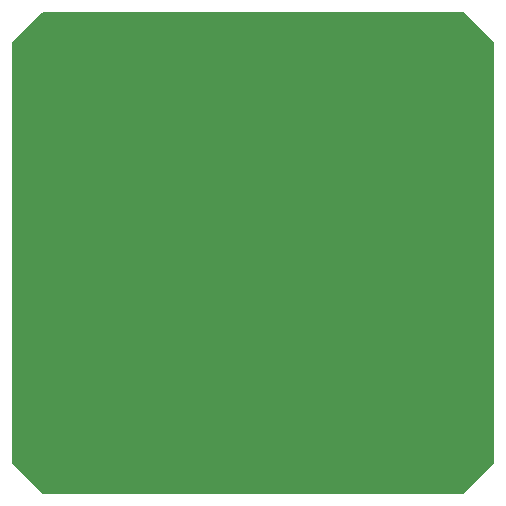
<source format=gbr>
G04 #@! TF.GenerationSoftware,KiCad,Pcbnew,(5.0.0-3-g5ebb6b6)*
G04 #@! TF.CreationDate,2018-08-03T23:47:14+02:00*
G04 #@! TF.ProjectId,IMU,494D552E6B696361645F706362000000,rev?*
G04 #@! TF.SameCoordinates,PX54c81a0PY6d01460*
G04 #@! TF.FileFunction,Profile,NP*
%FSLAX46Y46*%
G04 Gerber Fmt 4.6, Leading zero omitted, Abs format (unit mm)*
G04 Created by KiCad (PCBNEW (5.0.0-3-g5ebb6b6)) date 2018 August 03, Friday 23:47:14*
%MOMM*%
%LPD*%
G01*
G04 APERTURE LIST*
%ADD10C,0.150000*%
%ADD11C,0.254000*%
G04 APERTURE END LIST*
D10*
X2540000Y0D02*
X0Y2540000D01*
X38100000Y0D02*
X2540000Y0D01*
X40640000Y2540000D02*
X38100000Y0D01*
X40640000Y38100000D02*
X40640000Y2540000D01*
X0Y38100000D02*
X0Y2540000D01*
X38100000Y40640000D02*
X40640000Y38100000D01*
X2540000Y40640000D02*
X38100000Y40640000D01*
X0Y38100000D02*
X2540000Y40640000D01*
D11*
G36*
X40513000Y38047394D02*
X40513000Y2592606D01*
X38047394Y127000D01*
X2592606Y127000D01*
X127000Y2592606D01*
X127000Y38047394D01*
X2592606Y40513000D01*
X38047394Y40513000D01*
X40513000Y38047394D01*
X40513000Y38047394D01*
G37*
X40513000Y38047394D02*
X40513000Y2592606D01*
X38047394Y127000D01*
X2592606Y127000D01*
X127000Y2592606D01*
X127000Y38047394D01*
X2592606Y40513000D01*
X38047394Y40513000D01*
X40513000Y38047394D01*
M02*

</source>
